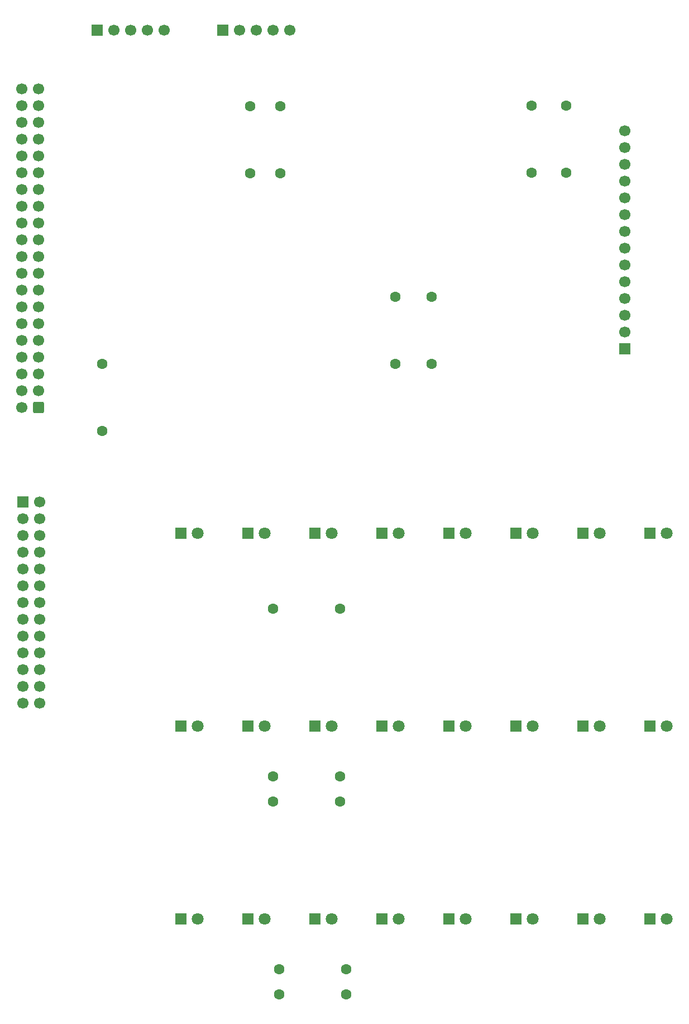
<source format=gbr>
%TF.GenerationSoftware,KiCad,Pcbnew,9.0.5*%
%TF.CreationDate,2025-12-13T23:57:35-06:00*%
%TF.ProjectId,Sensor_Board,53656e73-6f72-45f4-926f-6172642e6b69,rev?*%
%TF.SameCoordinates,Original*%
%TF.FileFunction,Soldermask,Bot*%
%TF.FilePolarity,Negative*%
%FSLAX46Y46*%
G04 Gerber Fmt 4.6, Leading zero omitted, Abs format (unit mm)*
G04 Created by KiCad (PCBNEW 9.0.5) date 2025-12-13 23:57:35*
%MOMM*%
%LPD*%
G01*
G04 APERTURE LIST*
G04 Aperture macros list*
%AMRoundRect*
0 Rectangle with rounded corners*
0 $1 Rounding radius*
0 $2 $3 $4 $5 $6 $7 $8 $9 X,Y pos of 4 corners*
0 Add a 4 corners polygon primitive as box body*
4,1,4,$2,$3,$4,$5,$6,$7,$8,$9,$2,$3,0*
0 Add four circle primitives for the rounded corners*
1,1,$1+$1,$2,$3*
1,1,$1+$1,$4,$5*
1,1,$1+$1,$6,$7*
1,1,$1+$1,$8,$9*
0 Add four rect primitives between the rounded corners*
20,1,$1+$1,$2,$3,$4,$5,0*
20,1,$1+$1,$4,$5,$6,$7,0*
20,1,$1+$1,$6,$7,$8,$9,0*
20,1,$1+$1,$8,$9,$2,$3,0*%
G04 Aperture macros list end*
%ADD10R,1.800000X1.800000*%
%ADD11C,1.800000*%
%ADD12R,1.700000X1.700000*%
%ADD13C,1.700000*%
%ADD14C,1.600000*%
%ADD15RoundRect,0.250000X0.600000X0.600000X-0.600000X0.600000X-0.600000X-0.600000X0.600000X-0.600000X0*%
G04 APERTURE END LIST*
D10*
%TO.C,D15*%
X124460000Y-135890000D03*
D11*
X127000000Y-135890000D03*
%TD*%
D10*
%TO.C,D13*%
X104140000Y-135890000D03*
D11*
X106680000Y-135890000D03*
%TD*%
D10*
%TO.C,D24*%
X134620000Y-165100000D03*
D11*
X137160000Y-165100000D03*
%TD*%
D10*
%TO.C,D3*%
X83820000Y-106680000D03*
D11*
X86360000Y-106680000D03*
%TD*%
D12*
%TO.C,J1*%
X39500000Y-101880000D03*
D13*
X42040000Y-101880000D03*
X39500000Y-104420000D03*
X42040000Y-104420000D03*
X39500000Y-106960000D03*
X42040000Y-106960000D03*
X39500000Y-109500000D03*
X42040000Y-109500000D03*
X39500000Y-112040000D03*
X42040000Y-112040000D03*
X39500000Y-114580000D03*
X42040000Y-114580000D03*
X39500000Y-117120000D03*
X42040000Y-117120000D03*
X39500000Y-119660000D03*
X42040000Y-119660000D03*
X39500000Y-122200000D03*
X42040000Y-122200000D03*
X39500000Y-124740000D03*
X42040000Y-124740000D03*
X39500000Y-127280000D03*
X42040000Y-127280000D03*
X39500000Y-129820000D03*
X42040000Y-129820000D03*
X39500000Y-132360000D03*
X42040000Y-132360000D03*
%TD*%
D10*
%TO.C,D8*%
X134620000Y-106680000D03*
D11*
X137160000Y-106680000D03*
%TD*%
D10*
%TO.C,D11*%
X83820000Y-135890000D03*
D11*
X86360000Y-135890000D03*
%TD*%
D10*
%TO.C,D16*%
X134620000Y-135890000D03*
D11*
X137160000Y-135890000D03*
%TD*%
D12*
%TO.C,BREAKOUT_GARDEN_1*%
X50746260Y-30432550D03*
D13*
X53286260Y-30432550D03*
X55826260Y-30432550D03*
X58366260Y-30432550D03*
X60906260Y-30432550D03*
%TD*%
D14*
%TO.C,R33*%
X88502840Y-176485623D03*
X78342840Y-176485623D03*
%TD*%
D15*
%TO.C,J2*%
X41910000Y-87630000D03*
D13*
X39370000Y-87630000D03*
X41910000Y-85090000D03*
X39370000Y-85090000D03*
X41910000Y-82550000D03*
X39370000Y-82550000D03*
X41910000Y-80010000D03*
X39370000Y-80010000D03*
X41910000Y-77470000D03*
X39370000Y-77470000D03*
X41910000Y-74930000D03*
X39370000Y-74930000D03*
X41910000Y-72390000D03*
X39370000Y-72390000D03*
X41910000Y-69850000D03*
X39370000Y-69850000D03*
X41910000Y-67310000D03*
X39370000Y-67310000D03*
X41910000Y-64770000D03*
X39370000Y-64770000D03*
X41910000Y-62230000D03*
X39370000Y-62230000D03*
X41910000Y-59690000D03*
X39370000Y-59690000D03*
X41910000Y-57150000D03*
X39370000Y-57150000D03*
X41910000Y-54610000D03*
X39370000Y-54610000D03*
X41910000Y-52070000D03*
X39370000Y-52070000D03*
X41910000Y-49530000D03*
X39370000Y-49530000D03*
X41910000Y-46990000D03*
X39370000Y-46990000D03*
X41910000Y-44450000D03*
X39370000Y-44450000D03*
X41910000Y-41910000D03*
X39370000Y-41910000D03*
X41910000Y-39370000D03*
X39370000Y-39370000D03*
%TD*%
D10*
%TO.C,D4*%
X93980000Y-106680000D03*
D11*
X96520000Y-106680000D03*
%TD*%
D14*
%TO.C,R34*%
X87630000Y-118110000D03*
X77470000Y-118110000D03*
%TD*%
D10*
%TO.C,D19*%
X83820000Y-165100000D03*
D11*
X86360000Y-165100000D03*
%TD*%
D10*
%TO.C,D14*%
X114300000Y-135890000D03*
D11*
X116840000Y-135890000D03*
%TD*%
D10*
%TO.C,D18*%
X73660000Y-165100000D03*
D11*
X76200000Y-165100000D03*
%TD*%
D14*
%TO.C,R5*%
X116605064Y-52050725D03*
X116605064Y-41890725D03*
%TD*%
%TO.C,R6*%
X121920000Y-52050725D03*
X121920000Y-41890725D03*
%TD*%
%TO.C,R32*%
X87630000Y-147320000D03*
X77470000Y-147320000D03*
%TD*%
%TO.C,R2*%
X95985669Y-70825935D03*
X95985669Y-80985935D03*
%TD*%
D10*
%TO.C,D6*%
X114300000Y-106680000D03*
D11*
X116840000Y-106680000D03*
%TD*%
D14*
%TO.C,R31*%
X51500000Y-81000000D03*
X51500000Y-91160000D03*
%TD*%
D10*
%TO.C,D7*%
X124460000Y-106680000D03*
D11*
X127000000Y-106680000D03*
%TD*%
D10*
%TO.C,D21*%
X104140000Y-165100000D03*
D11*
X106680000Y-165100000D03*
%TD*%
D14*
%TO.C,R4*%
X78500000Y-52080000D03*
X78500000Y-41920000D03*
%TD*%
%TO.C,R35*%
X87630000Y-143510000D03*
X77470000Y-143510000D03*
%TD*%
%TO.C,R3*%
X74000000Y-52080000D03*
X74000000Y-41920000D03*
%TD*%
%TO.C,R36*%
X88502840Y-172675623D03*
X78342840Y-172675623D03*
%TD*%
D10*
%TO.C,D17*%
X63500000Y-165100000D03*
D11*
X66040000Y-165100000D03*
%TD*%
D14*
%TO.C,R1*%
X101500000Y-70840000D03*
X101500000Y-81000000D03*
%TD*%
D10*
%TO.C,D5*%
X104140000Y-106680000D03*
D11*
X106680000Y-106680000D03*
%TD*%
D12*
%TO.C,U4*%
X130810000Y-78740000D03*
D13*
X130810000Y-76200000D03*
X130810000Y-73660000D03*
X130810000Y-71120000D03*
X130810000Y-68580000D03*
X130810000Y-66040000D03*
X130810000Y-63500000D03*
X130810000Y-60960000D03*
X130810000Y-58420000D03*
X130810000Y-55880000D03*
X130810000Y-53340000D03*
X130810000Y-50800000D03*
X130810000Y-48260000D03*
X130810000Y-45720000D03*
%TD*%
D10*
%TO.C,D23*%
X124460000Y-165100000D03*
D11*
X127000000Y-165100000D03*
%TD*%
D10*
%TO.C,D10*%
X73660000Y-135890000D03*
D11*
X76200000Y-135890000D03*
%TD*%
D10*
%TO.C,D9*%
X63500000Y-135890000D03*
D11*
X66040000Y-135890000D03*
%TD*%
D12*
%TO.C,BREAKOUT_GARDEN_2*%
X69796260Y-30432550D03*
D13*
X72336260Y-30432550D03*
X74876260Y-30432550D03*
X77416260Y-30432550D03*
X79956260Y-30432550D03*
%TD*%
D10*
%TO.C,D22*%
X114300000Y-165100000D03*
D11*
X116840000Y-165100000D03*
%TD*%
D10*
%TO.C,D1*%
X63500000Y-106680000D03*
D11*
X66040000Y-106680000D03*
%TD*%
D10*
%TO.C,D20*%
X93980000Y-165100000D03*
D11*
X96520000Y-165100000D03*
%TD*%
D10*
%TO.C,D12*%
X93980000Y-135890000D03*
D11*
X96520000Y-135890000D03*
%TD*%
D10*
%TO.C,D2*%
X73660000Y-106680000D03*
D11*
X76200000Y-106680000D03*
%TD*%
M02*

</source>
